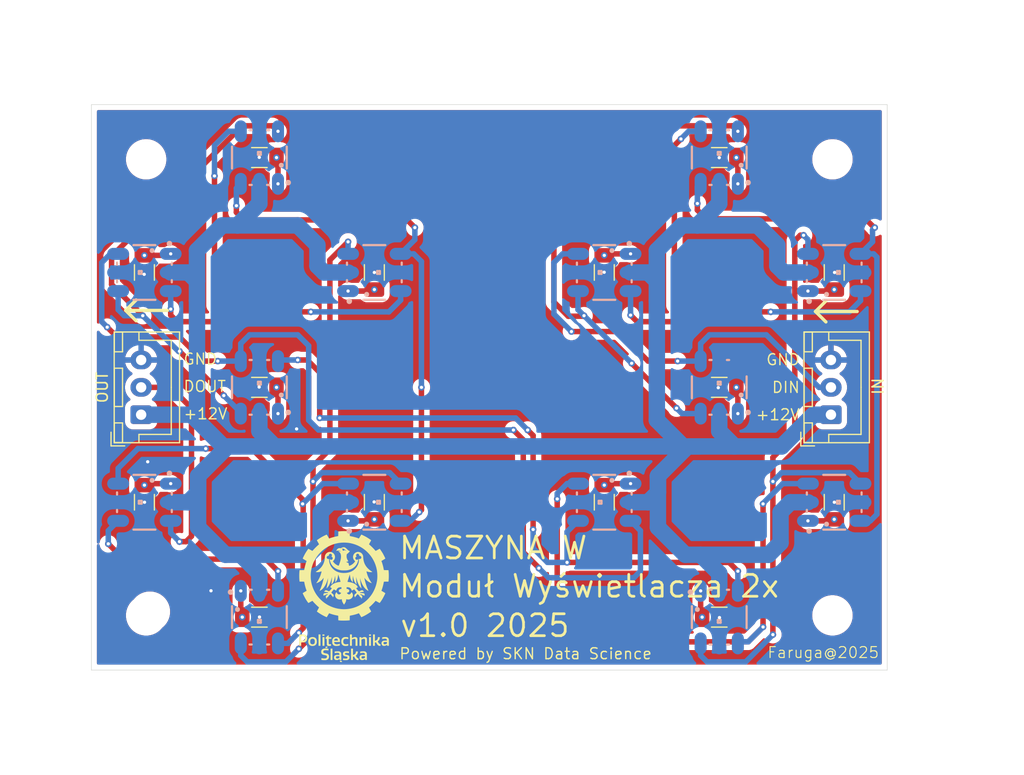
<source format=kicad_pcb>
(kicad_pcb (version 20241229) (generator "pcbnew") (generator_version "9.0")
  (layers (0 "F.Cu" signal) (2 "B.Cu" signal) (13 "F.Paste" user) (15 "B.Paste" user) (5 "F.SilkS" user "F.Silkscreen") (7 "B.SilkS" user "B.Silkscreen") (1 "F.Mask" user) (3 "B.Mask" user) (25 "Edge.Cuts" user))
  (net 0 "")
  (net 1 "Net-(U1-VCC)")
  (net 2 "Net-(U2-VCC)")
  (net 3 "Net-(U3-VCC)")
  (net 4 "Net-(U4-VCC)")
  (net 5 "Net-(U5-VCC)")
  (net 6 "Net-(U6-VCC)")
  (net 7 "Net-(U7-VCC)")
  (net 8 "Net-(U8-VCC)")
  (net 9 "Net-(U9-VCC)")
  (net 10 "Net-(U10-VCC)")
  (net 11 "Net-(U11-VCC)")
  (net 12 "Net-(U12-VCC)")
  (net 13 "Net-(U13-VCC)")
  (net 14 "Net-(U14-VCC)")
  (net 15 "+12V")
  (net 16 "Net-(JST_IN1-Pin_2)")
  (net 17 "GND")
  (net 18 "Net-(JST_OUT1-Pin_2)")
  (net 19 "Net-(U1-DO)")
  (net 20 "Net-(U2-DO)")
  (net 21 "Net-(U3-DO)")
  (net 22 "Net-(U4-DO)")
  (net 23 "Net-(U5-DO)")
  (net 24 "Net-(U6-DO)")
  (net 25 "Net-(U7-DO)")
  (net 26 "Net-(U10-BIN)")
  (net 27 "Net-(U10-DIN)")
  (net 28 "Net-(U10-DO)")
  (net 29 "Net-(U11-DO)")
  (net 30 "Net-(U12-DO)")
  (net 31 "Net-(U13-DO)")
  (footprint "MountingHole:MountingHole_3.2mm_M3" (layer "F.Cu") (at 195.34 121.34)
    (property "Reference" "REF**" (hide yes))
    (property "Value" "MountingHole_3.2mm_M3")
  )
  (footprint "MountingHole:MountingHole_3.2mm_M3" (layer "F.Cu") (at 132.66 121.34)
    (property "Reference" "REF**" (hide yes))
    (property "Value" "MountingHole_3.2mm_M3")
  )
  (footprint "" (layer "F.Cu") (at 133 121)
    (property "Reference" "")
    (property "Value" "")
  )
  (footprint "Capacitor_SMD:C_1206_3216Metric_Pad1.33x1.80mm_HandSolder" (layer "F.Cu") (at 143 100.5 180)
    (property "Reference" "C8" (hide yes))
    (property "Value" "100n" (hide yes))
  )
  (footprint "Capacitor_SMD:C_1206_3216Metric_Pad1.33x1.80mm_HandSolder" (layer "F.Cu") (at 143 121.5)
    (property "Reference" "C13" (hide yes))
    (property "Value" "100n" (hide yes))
  )
  (footprint "Capacitor_SMD:C_1206_3216Metric_Pad1.33x1.80mm_HandSolder" (layer "F.Cu") (at 174.5 90 -90)
    (property "Reference" "C2" (hide yes))
    (property "Value" "100n" (hide yes))
  )
  (footprint "Capacitor_SMD:C_1206_3216Metric_Pad1.33x1.80mm_HandSolder" (layer "F.Cu") (at 153.5 111 90)
    (property "Reference" "C12" (hide yes))
    (property "Value" "100n" (hide yes))
  )
  (footprint "Capacitor_SMD:C_1206_3216Metric_Pad1.33x1.80mm_HandSolder" (layer "F.Cu") (at 153.5 90 90)
    (property "Reference" "C11" (hide yes))
    (property "Value" "100n" (hide yes))
  )
  (footprint "Capacitor_SMD:C_1206_3216Metric_Pad1.33x1.80mm_HandSolder" (layer "F.Cu") (at 185 100.5 180)
    (property "Reference" "C1" (hide yes))
    (property "Value" "100n" (hide yes))
  )
  (footprint "Connector_JST:JST_XH_B3B-XH-A_1x03_P2.50mm_Vertical" (layer "F.Cu") (at 132.2 103 90)
    (property "Reference" "OUT")
    (property "Value" "Conn_01x03_Pin" (hide yes))
  )
  (footprint "Capacitor_SMD:C_1206_3216Metric_Pad1.33x1.80mm_HandSolder" (layer "F.Cu") (at 132.5 111 -90)
    (property "Reference" "C14" (hide yes))
    (property "Value" "100n" (hide yes))
  )
  (footprint "MountingHole:MountingHole_3.2mm_M3" (layer "F.Cu") (at 195.34 79.66)
    (property "Reference" "REF**" (hide yes))
    (property "Value" "MountingHole_3.2mm_M3")
  )
  (footprint "Capacitor_SMD:C_1206_3216Metric_Pad1.33x1.80mm_HandSolder" (layer "F.Cu") (at 132.5 90 -90)
    (property "Reference" "C9" (hide yes))
    (property "Value" "100n" (hide yes))
  )
  (footprint "Capacitor_SMD:C_1206_3216Metric_Pad1.33x1.80mm_HandSolder" (layer "F.Cu") (at 195.5 111 90)
    (property "Reference" "C5" (hide yes))
    (property "Value" "100n" (hide yes))
  )
  (footprint "LOGO" (layer "F.Cu") (at 150.73 119.618923)
    (property "Reference" "G***" (hide yes))
    (property "Value" "LOGO" (hide yes))
  )
  (footprint "MountingHole:MountingHole_3.2mm_M3" (layer "F.Cu") (at 132.66 79.66)
    (property "Reference" "REF**" (hide yes))
    (property "Value" "MountingHole_3.2mm_M3")
  )
  (footprint "Capacitor_SMD:C_1206_3216Metric_Pad1.33x1.80mm_HandSolder" (layer "F.Cu") (at 195.5 90 90)
    (property "Reference" "C4" (hide yes))
    (property "Value" "100n" (hide yes))
  )
  (footprint "Capacitor_SMD:C_1206_3216Metric_Pad1.33x1.80mm_HandSolder" (layer "F.Cu") (at 185 79.5 180)
    (property "Reference" "C3" (hide yes))
    (property "Value" "100n" (hide yes))
  )
  (footprint "Capacitor_SMD:C_1206_3216Metric_Pad1.33x1.80mm_HandSolder" (layer "F.Cu") (at 174.5 111 -90)
    (property "Reference" "C7" (hide yes))
    (property "Value" "100n" (hide yes))
  )
  (footprint "Capacitor_SMD:C_1206_3216Metric_Pad1.33x1.80mm_HandSolder" (layer "F.Cu") (at 185 121.5)
    (property "Reference" "C6" (hide yes))
    (property "Value" "100n" (hide yes))
  )
  (footprint "Connector_JST:JST_XH_B3B-XH-A_1x03_P2.50mm_Vertical" (layer "F.Cu") (at 195.2 103 90)
    (property "Reference" "IN")
    (property "Value" "Conn_01x03_Pin" (hide yes))
  )
  (footprint "Capacitor_SMD:C_1206_3216Metric_Pad1.33x1.80mm_HandSolder" (layer "F.Cu") (at 143 79.5 180)
    (property "Reference" "C10" (hide yes))
    (property "Value" "100n" (hide yes))
  )
  (footprint "LEDS:LED-TRICOLOR-5050" (layer "B.Cu") (at 185 121.5 -90)
    (property "Reference" "U6" (hide yes))
    (property "Value" "WS2815" (hide yes))
  )
  (footprint "LEDS:LED-TRICOLOR-5050" (layer "B.Cu") (at 185 100.5 90)
    (property "Reference" "U1" (hide yes))
    (property "Value" "WS2815" (hide yes))
  )
  (footprint "LEDS:LED-TRICOLOR-5050" (layer "B.Cu") (at 153.5 90)
    (property "Reference" "U11" (hide yes))
    (property "Value" "WS2815" (hide yes))
  )
  (footprint "LEDS:LED-TRICOLOR-5050" (layer "B.Cu") (at 132.5 90 180)
    (property "Reference" "U9" (hide yes))
    (property "Value" "WS2815" (hide yes))
  )
  (footprint "LEDS:LED-TRICOLOR-5050" (layer "B.Cu") (at 174.5 111 180)
    (property "Reference" "U7" (hide yes))
    (property "Value" "WS2815" (hide yes))
  )
  (footprint "LEDS:LED-TRICOLOR-5050" (layer "B.Cu") (at 174.5 90 180)
    (property "Reference" "U2" (hide yes))
    (property "Value" "WS2815" (hide yes))
  )
  (footprint "LEDS:LED-TRICOLOR-5050" (layer "B.Cu") (at 143 79.5 90)
    (property "Reference" "U10" (hide yes))
    (property "Value" "WS2815" (hide yes))
  )
  (footprint "LEDS:LED-TRICOLOR-5050" (layer "B.Cu") (at 153.5 111)
    (property "Reference" "U12" (hide yes))
    (property "Value" "WS2815" (hide yes))
  )
  (footprint "LEDS:LED-TRICOLOR-5050" (layer "B.Cu") (at 132.5 111 180)
    (property "Reference" "U14" (hide yes))
    (property "Value" "WS2815" (hide yes))
  )
  (footprint "LEDS:LED-TRICOLOR-5050" (layer "B.Cu") (at 195.5 90)
    (property "Reference" "U4" (hide yes))
    (property "Value" "WS2815" (hide yes))
  )
  (footprint "LEDS:LED-TRICOLOR-5050" (layer "B.Cu") (at 185 79.5 90)
    (property "Reference" "U3" (hide yes))
    (property "Value" "WS2815" (hide yes))
  )
  (footprint "LEDS:LED-TRICOLOR-5050" (layer "B.Cu") (at 143 121.5 -90)
    (property "Reference" "U13" (hide yes))
    (property "Value" "WS2815" (hide yes))
  )
  (footprint "LEDS:LED-TRICOLOR-5050" (layer "B.Cu") (at 195.5 111)
    (property "Reference" "U5" (hide yes))
    (property "Value" "WS2815" (hide yes))
  )
  (footprint "LEDS:LED-TRICOLOR-5050" (layer "B.Cu") (at 143 100.5 90)
    (property "Reference" "U8" (hide yes))
    (property "Value" "WS2815" (hide yes))
  )
  (gr_line (start 127.66 126.34) (end 200.34 126.34) (stroke (width 0.05)) (layer "Edge.Cuts"))
  (gr_line (start 200.34 74.66) (end 200.34 126.34) (stroke (width 0.05)) (layer "Edge.Cuts"))
  (gr_line (start 127.66 126.34) (end 127.66 74.66) (stroke (width 0.05)) (layer "Edge.Cuts"))
  (gr_line (start 127.66 74.66) (end 200.34 74.66) (stroke (width 0.05)) (layer "Edge.Cuts"))
  (gr_text "MASZYNA W" (at 155.62 116.35 0) (layer "F.SilkS") (effects (font (size 2 2) (thickness 0.25) (bold yes)) (justify left bottom)))
  (gr_text "←" (at 129.4 96 0) (layer "F.SilkS") (effects (font (size 5 5) (thickness 0.3)) (justify left bottom)))
  (gr_text "Faruga@2025" (at 199.66 125.32 0) (layer "F.SilkS") (effects (font (size 1 1) (thickness 0.1)) (justify right bottom)))
  (gr_text "Moduł Wyświetlacza 2x" (at 155.62 119.85 0) (layer "F.SilkS") (effects (font (size 2 2) (thickness 0.25) (bold yes)) (justify left bottom)))
  (gr_text "GND" (at 136 98.5 0) (layer "F.SilkS") (effects (font (size 1 1) (thickness 0.125)) (justify left bottom)))
  (gr_text "GND" (at 192.43 97.97 0) (layer "F.SilkS") (effects (font (size 1 1) (thickness 0.125)) (justify right)))
  (gr_text "DIN" (at 192.43 100.5 0) (layer "F.SilkS") (effects (font (size 1 1) (thickness 0.125)) (justify right)))
  (gr_text "←" (at 192.4 96.1 0) (layer "F.SilkS") (effects (font (size 5 5) (thickness 0.3)) (justify left bottom)))
  (gr_text "+12V" (at 192.43 103 0) (layer "F.SilkS") (effects (font (size 1 1) (thickness 0.125)) (justify right)))
  (gr_text "+12V" (at 136 103.5 0) (layer "F.SilkS") (effects (font (size 1 1) (thickness 0.125)) (justify left bottom)))
  (gr_text "Powered by SKN Data Science" (at 155.71 124.84 0) (layer "F.SilkS") (effects (font (size 1 1) (thickness 0.125)) (justify left)))
  (gr_text "DOUT" (at 136 101 0) (layer "F.SilkS") (effects (font (size 1 1) (thickness 0.125)) (justify left bottom)))
  (gr_text "v1.0 2025 " (at 155.72 123.45 0) (layer "F.SilkS") (effects (font (size 2 2) (thickness 0.25) (bold yes)) (justify left bottom)))
  (segment (start 186.7 102.9) (end 186.7 100.6375) (width 0.5) (layer "F.Cu") (net 1))
  (segment (start 186.7 100.6375) (end 186.5625 100.5) (width 0.5) (layer "F.Cu") (net 1))
  (via (at 186.5625 100.5) (size 0.6) (drill 0.3) (layers "F.Cu" "B.Cu") (net 1))
  (via (at 186.7 102.9) (size 0.6) (drill 0.3) (layers "F.Cu" "B.Cu") (net 1))
  (segment (start 174.6375 88.3) (end 174.5 88.4375) (width 0.5) (layer "F.Cu") (net 2))
  (segment (start 176.9 88.3) (end 174.6375 88.3) (width 0.5) (layer "F.Cu") (net 2))
  (via (at 174.5 88.4375) (size 0.6) (drill 0.3) (layers "F.Cu" "B.Cu") (net 2))
  (via (at 176.9 88.3) (size 0.6) (drill 0.3) (layers "F.Cu" "B.Cu") (net 2))
  (segment (start 186.7 79.6375) (end 186.5625 79.5) (width 0.5) (layer "F.Cu") (net 3))
  (segment (start 186.7 81.9) (end 186.7 79.6375) (width 0.5) (layer "F.Cu") (net 3))
  (via (at 186.7 81.9) (size 0.6) (drill 0.3) (layers "F.Cu" "B.Cu") (net 3))
  (via (at 186.5625 79.5) (size 0.6) (drill 0.3) (layers "F.Cu" "B.Cu") (net 3))
  (segment (start 195.3625 91.7) (end 195.5 91.5625) (width 0.5) (layer "F.Cu") (net 4))
  (segment (start 193.1 91.7) (end 195.3625 91.7) (width 0.5) (layer "F.Cu") (net 4))
  (via (at 195.5 91.5625) (size 0.6) (drill 0.3) (layers "F.Cu" "B.Cu") (net 4))
  (via (at 193.1 91.7) (size 0.6) (drill 0.3) (layers "F.Cu" "B.Cu") (net 4))
  (segment (start 195.3625 112.7) (end 195.5 112.5625) (width 0.5) (layer "F.Cu") (net 5))
  (segment (start 193.1 112.7) (end 195.3625 112.7) (width 0.5) (layer "F.Cu") (net 5))
  (via (at 195.5 112.5625) (size 0.6) (drill 0.3) (layers "F.Cu" "B.Cu") (net 5))
  (via (at 193.1 112.7) (size 0.6) (drill 0.3) (layers "F.Cu" "B.Cu") (net 5))
  (segment (start 183.3 119.1) (end 183.3 121.3625) (width 0.5) (layer "F.Cu") (net 6))
  (segment (start 183.3 121.3625) (end 183.4375 121.5) (width 0.5) (layer "F.Cu") (net 6))
  (via (at 183.4375 121.5) (size 0.6) (drill 0.3) (layers "F.Cu" "B.Cu") (net 6))
  (via (at 183.3 119.1) (size 0.6) (drill 0.3) (layers "F.Cu" "B.Cu") (net 6))
  (segment (start 176.9 109.3) (end 174.6375 109.3) (width 0.5) (layer "F.Cu") (net 7))
  (segment (start 174.6375 109.3) (end 174.5 109.4375) (width 0.5) (layer "F.Cu") (net 7))
  (via (at 174.5 109.4375) (size 0.6) (drill 0.3) (layers "F.Cu" "B.Cu") (net 7))
  (via (at 176.9 109.3) (size 0.6) (drill 0.3) (layers "F.Cu" "B.Cu") (net 7))
  (segment (start 144.7 100.6375) (end 144.5625 100.5) (width 0.5) (layer "F.Cu") (net 8))
  (segment (start 144.7 102.9) (end 144.7 100.6375) (width 0.5) (layer "F.Cu") (net 8))
  (via (at 144.5625 100.5) (size 0.6) (drill 0.3) (layers "F.Cu" "B.Cu") (net 8))
  (via (at 144.7 102.9) (size 0.6) (drill 0.3) (layers "F.Cu" "B.Cu") (net 8))
  (segment (start 134.7625 88.4375) (end 134.9 88.3) (width 0.5) (layer "F.Cu") (net 9))
  (segment (start 132.5 88.4375) (end 134.7625 88.4375) (width 0.5) (layer "F.Cu") (net 9))
  (via (at 134.9 88.3) (size 0.6) (drill 0.3) (layers "F.Cu" "B.Cu") (net 9))
  (via (at 132.5 88.4375) (size 0.6) (drill 0.3) (layers "F.Cu" "B.Cu") (net 9))
  (segment (start 144.7 79.6375) (end 144.5625 79.5) (width 0.5) (layer "F.Cu") (net 10))
  (segment (start 144.7 81.9) (end 144.7 79.6375) (width 0.5) (layer "F.Cu") (net 10))
  (via (at 144.5625 79.5) (size 0.6) (drill 0.3) (layers "F.Cu" "B.Cu") (net 10))
  (via (at 144.7 81.9) (size 0.6) (drill 0.3) (layers "F.Cu" "B.Cu") (net 10))
  (segment (start 153.3625 91.7) (end 153.5 91.5625) (width 0.5) (layer "F.Cu") (net 11))
  (segment (start 151.1 91.7) (end 153.3625 91.7) (width 0.5) (layer "F.Cu") (net 11))
  (via (at 153.5 91.5625) (size 0.6) (drill 0.3) (layers "F.Cu" "B.Cu") (net 11))
  (via (at 151.1 91.7) (size 0.6) (drill 0.3) (layers "F.Cu" "B.Cu") (net 11))
  (segment (start 153.3625 112.7) (end 153.5 112.5625) (width 0.5) (layer "F.Cu") (net 12))
  (segment (start 151.1 112.7) (end 153.3625 112.7) (width 0.5) (layer "F.Cu") (net 12))
  (via (at 153.5 112.5625) (size 0.6) (drill 0.3) (layers "F.Cu" "B.Cu") (net 12))
  (via (at 151.1 112.7) (size 0.6) (drill 0.3) (layers "F.Cu" "B.Cu") (net 12))
  (segment (start 141.3 121.3625) (end 141.4375 121.5) (width 0.2) (layer "F.Cu") (net 13))
  (segment (start 141.3 119.1) (end 141.3 121.3625) (width 0.5) (layer "F.Cu") (net 13))
  (via (at 141.3 119.1) (size 0.6) (drill 0.3) (layers "F.Cu" "B.Cu") (net 13))
  (via (at 141.4375 121.5) (size 0.6) (drill 0.3) (layers "F.Cu" "B.Cu") (net 13))
  (segment (start 132.6375 109.3) (end 132.5 109.4375) (width 0.5) (layer "F.Cu") (net 14))
  (segment (start 134.9 109.3) (end 132.6375 109.3) (width 0.5) (layer "F.Cu") (net 14))
  (via (at 132.5 109.4375) (size 0.6) (drill 0.3) (layers "F.Cu" "B.Cu") (net 14))
  (via (at 134.9 109.3) (size 0.6) (drill 0.3) (layers "F.Cu" "B.Cu") (net 14))
  (segment (start 179.4 110.1) (end 179.4 108.6) (width 1.5) (layer "B.Cu") (net 15))
  (segment (start 137.3 90.8) (end 137.3 92.6) (width 1.5) (layer "B.Cu") (net 15))
  (segment (start 139.6 85.7) (end 141 85.7) (width 1.5) (layer "B.Cu") (net 15))
  (segment (start 195.2 103) (end 193.6 103) (width 1.5) (layer "B.Cu") (net 15))
  (segment (start 137.3 100.8) (end 137.3 103.5) (width 1.5) (layer "B.Cu") (net 15))
  (segment (start 146.5 85.7) (end 148.3 87.5) (width 1.5) (layer "B.Cu") (net 15))
  (segment (start 137.3 90.8) (end 137.3 88) (width 1.5) (layer "B.Cu") (net 15))
  (segment (start 179.3 90.8) (end 179.3 88) (width 1.5) (layer "B.Cu") (net 15))
  (segment (start 136.8 103) (end 132.2 103) (width 1.5) (layer "B.Cu") (net 15))
  (segment (start 134.9 111) (end 136.5 111) (width 1.5) (layer "B.Cu") (net 15))
  (segment (start 182.1 105.9) (end 179.4 108.6) (width 1.5) (layer "B.Cu") (net 15))
  (segment (start 141.1 105.9) (end 140.1 105.9) (width 1.5) (layer "B.Cu") (net 15))
  (segment (start 137.3 88) (end 139.6 85.7) (width 1.5) (layer "B.Cu") (net 15))
  (segment (start 137.4 110.1) (end 137.4 108.6) (width 1.5) (layer "B.Cu") (net 15))
  (segment (start 148.6 114.7) (end 148.6 111.9) (width 1.5) (layer "B.Cu") (net 15))
  (segment (start 137.4 113.3) (end 139.9 115.8) (width 1.5) (layer "B.Cu") (net 15))
  (segment (start 143 104.5) (end 143 102.9) (width 1.5) (layer "B.Cu") (net 15))
  (segment (start 179.4 113.3) (end 181.9 115.8) (width 1.5) (layer "B.Cu") (net 15))
  (segment (start 178.5 111) (end 179.4 110.1) (width 1.5) (layer "B.Cu") (net 15))
  (segment (start 137.3 103.5) (end 139.7 105.9) (width 1.5) (layer "B.Cu") (net 15))
  (segment (start 136.5 90) (end 137.3 90.8) (width 1.5) (layer "B.Cu") (net 15))
  (segment (start 139.9 115.8) (end 141.3 115.8) (width 1.5) (layer "B.Cu") (net 15))
  (segment (start 178.5 90) (end 179.3 90.8) (width 1.5) (layer "B.Cu") (net 15))
  (segment (start 181.7 105.9) (end 183.1 105.9) (width 1.5) (layer "B.Cu") (net 15))
  (segment (start 148.9 90) (end 151.1 90) (width 1.5) (layer "B.Cu") (net 15))
  (segment (start 179.3 88) (end 181.6 85.7) (width 1.5) (layer "B.Cu") (net 15))
  (segment (start 179.4 108.6) (end 179.4 113.3) (width 1.5) (layer "B.Cu") (net 15))
  (segment (start 141.3 115.8) (end 147.5 115.8) (width 1.5) (layer "B.Cu") (net 15))
  (segment (start 185 83.7) (end 185 81.9) (width 1.5) (layer "B.Cu") (net 15))
  (segment (start 176.9 111) (end 178.5 111) (width 1.5) (layer "B.Cu") (net 15))
  (segment (start 193.6 103) (end 190.7 105.9) (width 1.5) (layer "B.Cu") (net 15))
  (segment (start 190.6 114.7) (end 190.6 111.9) (width 1.5) (layer "B.Cu") (net 15))
  (segment (start 183.3 115.8) (end 189.5 115.8) (width 1.5) (layer "B.Cu") (net 15))
  (segment (start 134.9 90) (end 136.5 90) (width 1.5) (layer "B.Cu") (net 15))
  (segment (start 144.4 105.9) (end 181.7 105.9) (width 1.5) (layer "B.Cu") (net 15))
  (segment (start 186.4 105.9) (end 183.1 105.9) (width 1.5) (layer "B.Cu") (net 15))
  (segment (start 185 104.5) (end 185 102.9) (width 1.5) (layer "B.Cu") (net 15))
  (segment (start 147.5 115.8) (end 148.6 114.7) (width 1.5) (layer "B.Cu") (net 15))
  (segment (start 190.9 90) (end 193.1 90) (width 1.5) (layer "B.Cu") (net 15))
  (segment (start 176.9 90) (end 178.5 90) (width 1.5) (layer "B.Cu") (net 15))
  (segment (start 148.3 89.4) (end 148.9 90) (width 1.5) (layer "B.Cu") (net 15))
  (segment (start 179.3 103.5) (end 181.7 105.9) (width 1.5) (layer "B.Cu") (net 15))
  (segment (start 137.3 92.6) (end 137.3 100.8) (width 1.5) (layer "B.Cu") (net 15))
  (segment (start 143 83.7) (end 143 81.9) (width 1.5) (layer "B.Cu") (net 15))
  (segment (start 186.4 105.9) (end 185 104.5) (width 1.5) (layer "B.Cu") (net 15))
  (segment (start 140.1 105.9) (end 137.4 108.6) (width 1.5) (layer "B.Cu") (net 15))
  (segment (start 141.3 115.8) (end 143 117.5) (width 1.5) (layer "B.Cu") (net 15))
  (segment (start 144.4 105.9) (end 143 104.5) (width 1.5) (layer "B.Cu") (net 15))
  (segment (start 181.6 85.7) (end 183 85.7) (width 1.5) (layer "B.Cu") (net 15))
  (segment (start 190.7 105.9) (end 186.4 105.9) (width 1.5) (layer "B.Cu") (net 15))
  (segment (start 143 117.5) (end 143 119.1) (width 1.5) (layer "B.Cu") (net 15))
  (segment (start 137.4 108.6) (end 137.4 113.3) (width 1.5) (layer "B.Cu") (net 15))
  (segment (start 179.3 90.8) (end 179.3 92.6) (width 1.5) (layer "B.Cu") (net 15))
  (segment (start 188.5 85.7) (end 190.3 87.5) (width 1.5) (layer "B.Cu") (net 15))
  (segment (start 181.9 115.8) (end 183.3 115.8) (width 1.5) (layer "B.Cu") (net 15))
  (segment (start 191.5 111) (end 193.1 111) (width 1.5) (layer "B.Cu") (net 15))
  (segment (start 179.3 92.6) (end 179.3 103.5) (width 1.5) (layer "B.Cu") (net 15))
  (segment (start 141 85.7) (end 143 83.7) (width 1.5) (layer "B.Cu") (net 15))
  (segment (start 139.7 105.9) (end 141.1 105.9) (width 1.5) (layer "B.Cu") (net 15))
  (segment (start 183.1 105.9) (end 182.1 105.9) (width 1.5) (layer "B.Cu") (net 15))
  (segment (start 189.5 115.8) (end 190.6 114.7) (width 1.5) (layer "B.Cu") (net 15))
  (segment (start 183 85.7) (end 185 83.7) (width 1.5) (layer "B.Cu") (net 15))
  (segment (start 136.5 111) (end 137.4 110.1) (width 1.5) (layer "B.Cu") (net 15))
  (segment (start 149.5 111) (end 151.1 111) (width 1.5) (layer "B.Cu") (net 15))
  (segment (start 144.4 105.9) (end 141.1 105.9) (width 1.5) (layer "B.Cu") (net 15))
  (segment (start 190.6 111.9) (end 191.5 111) (width 1.5) (layer "B.Cu") (net 15))
  (segment (start 141 85.7) (end 146.5 85.7) (width 1.5) (layer "B.Cu") (net 15))
  (segment (start 190.3 89.4) (end 190.9 90) (width 1.5) (layer "B.Cu") (net 15))
  (segment (start 148.3 87.5) (end 148.3 89.4) (width 1.5) (layer "B.Cu") (net 15))
  (segment (start 190.3 87.5) (end 190.3 89.4) (width 1.5) (layer "B.Cu") (net 15))
  (segment (start 185 117.5) (end 185 119.1) (width 1.5) (layer "B.Cu") (net 15))
  (segment (start 148.6 111.9) (end 149.5 111) (width 1.5) (layer "B.Cu") (net 15))
  (segment (start 183 85.7) (end 188.5 85.7) (width 1.5) (layer "B.Cu") (net 15))
  (segment (start 183.3 115.8) (end 185 117.5) (width 1.5) (layer "B.Cu") (net 15))
  (segment (start 137.3 103.5) (end 136.8 103) (width 1.5) (layer "B.Cu") (net 15))
  (segment (start 171.5 95.4) (end 175.8 95.4) (width 0.5) (layer "F.Cu") (net 16))
  (segment (start 178.5 98.1) (end 181.2 98.1) (width 0.5) (layer "F.Cu") (net 16))
  (segment (start 175.8 95.4) (end 178.5 98.1) (width 0.5) (layer "F.Cu") (net 16))
  (via (at 171.5 95.4) (size 0.6) (drill 0.3) (layers "F.Cu" "B.Cu") (net 16))
  (via (at 181.2 98.1) (size 0.6) (drill 0.3) (layers "F.Cu" "B.Cu") (net 16))
  (segment (start 183.3 98.1) (end 183.3 96.5) (width 0.5) (layer "B.Cu") (net 16))
  (segment (start 169.9 93.8) (end 169.9 89.1) (width 0.5) (layer "B.Cu") (net 16))
  (segment (start 170.7 88.3) (end 172.1 88.3) (width 0.5) (layer "B.Cu") (net 16))
  (segment (start 184.1 95.7) (end 189.3 95.7) (width 0.5) (layer "B.Cu") (net 16))
  (segment (start 169.9 89.1) (end 170.7 88.3) (width 0.5) (layer "B.Cu") (net 16))
  (segment (start 189.3 95.7) (end 194.1 100.5) (width 0.5) (layer "B.Cu") (net 16))
  (segment (start 183.3 96.5) (end 184.1 95.7) (width 0.5) (layer "B.Cu") (net 16))
  (segment (start 171.5 95.4) (end 169.9 93.8) (width 0.5) (layer "B.Cu") (net 16))
  (segment (start 183.3 98.1) (end 181.2 98.1) (width 0.5) (layer "B.Cu") (net 16))
  (segment (start 194.1 100.5) (end 195.2 100.5) (width 0.5) (layer "B.Cu") (net 16))
  (via (at 184.91 100.53) (size 0.6) (drill 0.3) (layers "F.Cu" "B.Cu") (net 17))
  (via (at 174.49 89.98) (size 0.6) (drill 0.3) (layers "F.Cu" "B.Cu") (net 17))
  (via (at 153.5 90) (size 0.6) (drill 0.3) (layers "F.Cu" "B.Cu") (net 17))
  (via (at 138.58 119.09) (size 0.6) (drill 0.3) (layers "F.Cu" "B.Cu") (net 17))
  (via (at 185.02 121.54) (size 0.6) (drill 0.3) (layers "F.Cu" "B.Cu") (net 17))
  (via (at 142.98 100.47) (size 0.6) (drill 0.3) (layers "F.Cu" "B.Cu") (net 17))
  (via (at 195.51 111) (size 0.6) (drill 0.3) (layers "F.Cu" "B.Cu") (net 17))
  (via (at 132.8 107.3) (size 0.6) (drill 0.3) (layers "F.Cu" "B.Cu") (net 17))
  (via (at 146.4 104.3) (size 0.6) (drill 0.3) (layers "F.Cu" "B.Cu") (net 17))
  (via (at 195.53 90) (size 0.6) (drill 0.3) (layers "F.Cu" "B.Cu") (net 17))
  (via (at 132.51 111) (size 0.6) (drill 0.3) (layers "F.Cu" "B.Cu") (net 17))
  (via (at 153.48 110.97) (size 0.6) (drill 0.3) (layers "F.Cu" "B.Cu") (net 17))
  (via (at 185 79.51) (size 0.6) (drill 0.3) (layers "F.Cu" "B.Cu") (net 17))
  (via (at 132.48 90.17) (size 0.6) (drill 0.3) (layers "F.Cu" "B.Cu") (net 17))
  (via (at 142.99 79.48) (size 0.6) (drill 0.3) (layers "F.Cu" "B.Cu") (net 17))
  (via (at 143.01 121.49) (size 0.6) (drill 0.3) (layers "F.Cu" "B.Cu") (net 17))
  (segment (start 136.8 102.4) (end 134.9 100.5) (width 0.5) (layer "F.Cu") (net 18))
  (segment (start 136.3 114.6) (end 136.8 114.1) (width 0.5) (layer "F.Cu") (net 18))
  (segment (start 135.7 114.6) (end 136.3 114.6) (width 0.5) (layer "F.Cu") (net 18))
  (segment (start 136.8 114.1) (end 136.8 102.4) (width 0.5) (layer "F.Cu") (net 18))
  (segment (start 134.9 100.5) (end 132.2 100.5) (width 0.5) (layer "F.Cu") (net 18))
  (via (at 135.7 114.6) (size 0.6) (drill 0.3) (layers "F.Cu" "B.Cu") (net 18))
  (segment (start 134.9 113.8) (end 135.7 114.6) (width 0.5) (layer "B.Cu") (net 18))
  (segment (start 134.9 112.7) (end 134.9 113.8) (width 0.5) (layer "B.Cu") (net 18))
  (segment (start 172.6 94) (end 172.65 93.95) (width 0.5) (layer "F.Cu") (net 19))
  (segment (start 169.9 77.9) (end 169.9 92.7) (width 0.5) (layer "F.Cu") (net 19))
  (segment (start 181.1 102.4) (end 177 98.3) (width 0.5) (layer "F.Cu") (net 19))
  (segment (start 171.2 94) (end 172.6 94) (width 0.5) (layer "F.Cu") (net 19))
  (segment (start 171.2 76.6) (end 169.9 77.9) (width 0.5) (layer "F.Cu") (net 19))
  (segment (start 169.9 92.7) (end 171.2 94) (width 0.5) (layer "F.Cu") (net 19))
  (segment (start 186.7 77.1) (end 186.2 76.6) (width 0.5) (layer "F.Cu") (net 19))
  (segment (start 186.2 76.6) (end 171.2 76.6) (width 0.5) (layer "F.Cu") (net 19))
  (via (at 181.1 102.4) (size 0.6) (drill 0.3) (layers "F.Cu" "B.Cu") (net 19))
  (via (at 172.65 93.95) (size 0.6) (drill 0.3) (layers "F.Cu" "B.Cu") (net 19))
  (via (at 177 98.3) (size 0.6) (drill 0.3) (layers "F.Cu" "B.Cu") (net 19))
  (via (at 186.7 77.1) (size 0.6) (drill 0.3) (layers "F.Cu" "B.Cu") (net 19))
  (segment (start 172.1 93.4) (end 172.1 91.7) (width 0.5) (layer "B.Cu") (net 19))
  (segment (start 172.65 93.95) (end 172.1 93.4) (width 0.5) (layer "B.Cu") (net 19))
  (segment (start 177 98.3) (end 172.65 93.95) (width 0.5) (layer "B.Cu") (net 19))
  (segment (start 181.6 102.9) (end 181.1 102.4) (width 0.5) (layer "B.Cu") (net 19))
  (segment (start 183.3 102.9) (end 182.1 102.9) (width 0.5) (layer "B.Cu") (net 19))
  (segment (start 182.1 102.9) (end 182 102.9) (width 0.5) (layer "B.Cu") (net 19))
  (segment (start 182.1 102.9) (end 181.6 102.9) (width 0.5) (layer "B.Cu") (net 19))
  (segment (start 180.9 78.4) (end 180.9 93) (width 0.5) (layer "F.Cu") (net 20))
  (segment (start 177.5 94.5) (end 180.7 94.5) (width 0.5) (layer "F.Cu") (net 20))
  (segment (start 181.6 93.6) (end 189.7 93.6) (width 0.5) (layer "F.Cu") (net 20))
  (segment (start 181.55 93.65) (end 181.6 93.6) (width 0.5) (layer "F.Cu") (net 20))
  (segment (start 180.9 78.4) (end 181.5 77.8) (width 0.5) (layer "F.Cu") (net 20))
  (segment (start 176.9 93.9) (end 177.5 94.5) (width 0.5) (layer "F.Cu") (net 20))
  (segment (start 180.9 93) (end 181.55 93.65) (width 0.5) (layer "F.Cu") (net 20))
  (segment (start 180.7 94.5) (end 181.55 93.65) (width 0.5) (layer "F.Cu") (net 20))
  (via (at 189.7 93.6) (size 0.6) (drill 0.3) (layers "F.Cu" "B.Cu") (net 20))
  (via (at 176.9 93.9) (size 0.6) (drill 0.3) (layers "F.Cu" "B.Cu") (net 20))
  (via (at 181.5 77.8) (size 0.6) (drill 0.3) (layers "F.Cu" "B.Cu") (net 20))
  (segment (start 197.9 92.58) (end 197.9 91.7) (width 0.5) (layer "B.Cu") (net 20))
  (segment (start 189.7 93.6) (end 196.88 93.6) (width 0.5) (layer "B.Cu") (net 20))
  (segment (start 196.88 93.6) (end 197.9 92.58) (width 0.5) (layer "B.Cu") (net 20))
  (segment (start 181.5 77.8) (end 182.2 77.1) (width 0.5) (layer "B.Cu") (net 20))
  (segment (start 176.9 93.9) (end 176.9 91.7) (width 0.5) (layer "B.Cu") (net 20))
  (segment (start 182.2 77.1) (end 183.3 77.1) (width 0.5) (layer "B.Cu") (net 20))
  (segment (start 183 84.3) (end 183 83.7) (width 0.5) (layer "F.Cu") (net 21))
  (segment (start 199.2 85.9) (end 199.15 85.9) (width 0.5) (layer "F.Cu") (net 21))
  (segment (start 183.8 85.1) (end 183 84.3) (width 0.5) (layer "F.Cu") (net 21))
  (segment (start 199.15 85.9) (end 198.35 85.1) (width 0.5) (layer "F.Cu") (net 21))
  (segment (start 198.35 85.1) (end 183.8 85.1) (width 0.5) (layer "F.Cu") (net 21))
  (via (at 199.2 85.9) (size 0.6) (drill 0.3) (layers "F.Cu" "B.Cu") (net 21))
  (via (at 183 83.7) (size 0.6) (drill 0.3) (layers "F.Cu" "B.Cu") (net 21))
  (segment (start 199.1 88.3) (end 199.399 88.599) (width 0.5) (layer "B.Cu") (net 21))
  (segment (start 199.399 88.599) (end 199.399 112.101) (width 0.5) (layer "B.Cu") (net 21))
  (segment (start 199.2 85.9) (end 199 86.1) (width 0.5) (layer "B.Cu") (net 21))
  (segment (start 197.9 88.3) (end 199.1 88.3) (width 0.5) (layer "B.Cu") (net 21))
  (segment (start 183.3 81.9) (end 183.3 82.8) (width 0.5) (layer "B.Cu") (net 21))
  (segment (start 199 86.1) (end 199 87.2) (width 0.5) (layer "B.Cu") (net 21))
  (segment (start 198.8 112.7) (end 197.9 112.7) (width 0.5) (layer "B.Cu") (net 21))
  (segment (start 199 87.2) (end 197.9 88.3) (width 0.5) (layer "B.Cu") (net 21))
  (segment (start 199.399 112.101) (end 198.8 112.7) (width 0.5) (layer "B.Cu") (net 21))
  (segment (start 183 82.2) (end 183 83.7) (width 0.5) (layer "B.Cu") (net 21))
  (segment (start 183.3 81.9) (end 183 82.2) (width 0.5) (layer "B.Cu") (net 21))
  (segment (start 189.9 123.1) (end 189.9 109.1) (width 0.5) (layer "F.Cu") (net 22))
  (segment (start 192.7 86.6) (end 192.4 86.6) (width 0.5) (layer "F.Cu") (net 22))
  (segment (start 192.4 86.6) (end 191.9 87.1) (width 0.5) (layer "F.Cu") (net 22))
  (segment (start 189.9 106.9) (end 189.9 109.1) (width 0.5) (layer "F.Cu") (net 22))
  (segment (start 191.9 104.9) (end 189.9 106.9) (width 0.5) (layer "F.Cu") (net 22))
  (segment (start 191.9 87.1) (end 191.9 104.9) (width 0.5) (layer "F.Cu") (net 22))
  (via (at 189.9 123.1) (size 0.6) (drill 0.3) (layers "F.Cu" "B.Cu") (net 22))
  (via (at 192.7 86.6) (size 0.6) (drill 0.3) (layers "F.Cu" "B.Cu") (net 22))
  (via (at 189.9 109.1) (size 0.6) (drill 0.3) (layers "F.Cu" "B.Cu") (net 22))
  (segment (start 183.3 125) (end 183.3 123.9) (width 0.5) (layer "B.Cu") (net 22))
  (segment (start 193.1 87) (end 193.1 88.3) (width 0.5) (layer "B.Cu") (net 22))
  (segment (start 187.411 125.589) (end 183.889 125.589) (width 0.5) (layer "B.Cu") (net 22))
  (segment (start 183.889 125.589) (end 183.3 125) (width 0.5) (layer "B.Cu") (net 22))
  (segment (start 189.9 109.1) (end 190.7 108.3) (width 0.5) (layer "B.Cu") (net 22))
  (segment (start 189.9 123.1) (end 187.411 125.589) (width 0.5) (layer "B.Cu") (net 22))
  (segment (start 196.9 108.3) (end 197.9 109.3) (width 0.5) (layer "B.Cu") (net 22))
  (segment (start 190.7 108.3) (end 196.9 108.3) (width 0.5) (layer "B.Cu") (net 22))
  (segment (start 192.7 86.6) (end 193.1 87) (width 0.5) (layer "B.Cu") (net 22))
  (segment (start 172.96 123.76) (end 187.64 123.76) (width 0.5) (layer "F.Cu") (net 23))
  (segment (start 170.2 121) (end 172.96 123.76) (width 0.5) (layer "F.Cu") (net 23))
  (segment (start 187.64 123.76) (end 189 122.4) (width 0.5) (layer "F.Cu") (net 23))
  (segment (start 189 122.4) (end 189 111.15) (width 0.5) (layer "F.Cu") (net 23))
  (segment (start 170.2 110.7) (end 170.2 121) (width 0.5) (layer "F.Cu") (net 23))
  (via (at 189 122.4) (size 0.6) (drill 0.3) (layers "F.Cu" "B.Cu") (net 23))
  (via (at 170.2 110.7) (size 0.6) (drill 0.3) (layers "F.Cu" "B.Cu") (net 23))
  (via (at 189 111.15) (size 0.6) (drill 0.3) (layers "F.Cu" "B.Cu") (net 23))
  (segment (start 187.65 123.75) (end 186.85 123.75) (width 0.5) (layer "B.Cu") (net 23))
  (segment (start 188.95 111.15) (end 190.8 109.3) (width 0.5) (layer "B.Cu") (net 23))
  (segment (start 170.2 110.2) (end 171.1 109.3) (width 0.5) (layer "B.Cu") (net 23))
  (segment (start 190.8 109.3) (end 193.1 109.3) (width 0.5) (layer "B.Cu") (net 23))
  (segment (start 187.65 123.75) (end 189 122.4) (width 0.5) (layer "B.Cu") (net 23))
  (segment (start 171.1 109.3) (end 172.1 109.3) (width 0.5) (layer "B.Cu") (net 23))
  (segment (start 170.2 110.7) (end 170.2 110.2) (width 0.5) (layer "B.Cu") (net 23))
  (segment (start 186.85 123.75) (end 186.7 123.9) (width 0.5) (layer "B.Cu") (net 23))
  (segment (start 168 113.49) (end 168 104.9) (width 0.5) (layer "F.Cu") (net 24))
  (segment (start 185.9 116.5) (end 186.7 117.3) (width 0.5) (layer "F.Cu") (net 24))
  (segment (start 168 104.9) (end 167.5 104.4) (width 0.5) (layer "F.Cu") (net 24))
  (segment (start 148.51 103.3) (end 148.51 99.14) (width 0.5) (layer "F.Cu") (net 24))
  (segment (start 171.1 116.5) (end 185.9 116.5) (width 0.5) (layer "F.Cu") (net 24))
  (segment (start 147.37 98) (end 146.5 98) (width 0.5) (layer "F.Cu") (net 24))
  (segment (start 148.51 99.14) (end 147.37 98) (width 0.5) (layer "F.Cu") (net 24))
  (via (at 171.1 116.5) (size 0.6) (drill 0.3) (layers "F.Cu" "B.Cu") (net 24))
  (via (at 186.7 117.3) (size 0.6) (drill 0.3) (layers "F.Cu" "B.Cu") (net 24))
  (via (at 167.5 104.4) (size 0.6) (drill 0.3) (layers "F.Cu" "B.Cu") (net 24))
  (via (at 146.5 98) (size 0.6) (drill 0.3) (layers "F.Cu" "B.Cu") (net 24))
  (via (at 168 113.49) (size 0.6) (drill 0.3) (layers "F.Cu" "B.Cu") (net 24))
  (via (at 148.51 103.3) (size 0.6) (drill 0.3) (layers "F.Cu" "B.Cu") (net 24))
  (segment (start 171.1 113.7) (end 172.1 112.7) (width 0.5) (layer "B.Cu") (net 24))
  (segment (start 144.8 98) (end 144.7 98.1) (width 0.5) (layer "B.Cu") (net 24))
  (segment (start 186.7 119.1) (end 186.7 117.3) (width 0.5) (layer "B.Cu") (net 24))
  (segment (start 146.5 98) (end 144.8 98) (width 0.5) (layer "B.Cu") (net 24))
  (segment (start 171.1 116.5) (end 171.1 113.7) (width 0.5) (layer "B.Cu") (net 24))
  (segment (start 148.51 103.3) (end 166.4 103.3) (width 0.5) (layer "B.Cu") (net 24))
  (segment (start 168 113.49) (end 168 115.18814) (width 0.5) (layer "B.Cu") (net 24))
  (segment (start 169.31186 116.5) (end 171.1 116.5) (width 0.5) (layer "B.Cu") (net 24))
  (segment (start 168 115.18814) (end 169.31186 116.5) (width 0.5) (layer "B.Cu") (net 24))
  (segment (start 166.4 103.3) (end 167.5 104.4) (width 0.5) (layer "B.Cu") (net 24))
  (segment (start 167.1 115.567826) (end 167.1 105.3) (width 0.5) (layer "F.Cu") (net 25))
  (segment (start 129.1 95) (end 130 95.9) (width 0.5) (layer "F.Cu") (net 25))
  (segment (start 168.525 116.992826) (end 167.1 115.567826) (width 0.5) (layer "F.Cu") (net 25))
  (segment (start 167.1 105.3) (end 166.2 104.4) (width 0.5) (layer "F.Cu") (net 25))
  (segment (start 135.7 95.9) (end 137.9 98.1) (width 0.5) (layer "F.Cu") (net 25))
  (segment (start 137.9 98.1) (end 139.2 98.1) (width 0.5) (layer "F.Cu") (net 25))
  (segment (start 130 95.9) (end 135.7 95.9) (width 0.5) (layer "F.Cu") (net 25))
  (segment (start 168.525 117.025) (end 168.525 116.992826) (width 0.5) (layer "F.Cu") (net 25))
  (via (at 166.2 104.4) (size 0.6) (drill 0.3) (layers "F.Cu" "B.Cu") (net 25))
  (via (at 168.525 117.025) (size 0.6) (drill 0.3) (layers "F.Cu" "B.Cu") (net 25))
  (via (at 129.1 95) (size 0.6) (drill 0.3) (layers "F.Cu" "B.Cu") (net 25))
  (via (at 139.2 98.1) (size 0.6) (drill 0.3) (layers "F.Cu" "B.Cu") (net 25))
  (segment (start 148.4 104.4) (end 166.2 104.4) (width 0.5) (layer "B.Cu") (net 25))
  (segment (start 129.4 88.3) (end 130.1 88.3) (width 0.5) (layer "B.Cu") (net 25))
  (segment (start 169.4 117.9) (end 177.2 117.9) (width 0.5) (layer "B.Cu") (net 25))
  (segment (start 142.1 95.7) (end 146.5 95.7) (width 0.5) (layer "B.Cu") (net 25))
  (segment (start 168.525 117.025) (end 169.4 117.9) (width 0.5) (layer "B.Cu") (net 25))
  (segment (start 128.6 89.1) (end 129.4 88.3) (width 0.5) (layer "B.Cu") (net 25))
  (segment (start 177.8 113.6) (end 176.9 112.7) (width 0.5) (layer "B.Cu") (net 25))
  (segment (start 141.3 98.1) (end 139.2 98.1) (width 0.5) (layer "B.Cu") (net 25))
  (segment (start 128.6 94.5) (end 128.6 89.1) (width 0.5) (layer "B.Cu") (net 25))
  (segment (start 129.1 95) (end 128.6 94.5) (width 0.5) (layer "B.Cu") (net 25))
  (segment (start 141.3 98.1) (end 141.3 96.5) (width 0.5) (layer "B.Cu") (net 25))
  (segment (start 147.5 103.5) (end 148.4 104.4) (width 0.5) (layer "B.Cu") (net 25))
  (segment (start 147.5 96.7) (end 147.5 103.5) (width 0.5) (layer "B.Cu") (net 25))
  (segment (start 141.3 96.5) (end 142.1 95.7) (width 0.5) (layer "B.Cu") (net 25))
  (segment (start 177.2 117.9) (end 177.8 117.3) (width 0.5) (layer "B.Cu") (net 25))
  (segment (start 146.5 95.7) (end 147.5 96.7) (width 0.5) (layer "B.Cu") (net 25))
  (segment (start 177.8 117.3) (end 177.8 113.6) (width 0.5) (layer "B.Cu") (net 25))
  (segment (start 132.35 93.95) (end 129.5 91.1) (width 0.5) (layer "F.Cu") (net 26))
  (segment (start 144.2 76.6) (end 144.7 77.1) (width 0.5) (layer "F.Cu") (net 26))
  (segment (start 141.43 76.6) (end 144.2 76.6) (width 0.5) (layer "F.Cu") (net 26))
  (segment (start 139.75 101.25) (end 135.7 97.2) (width 0.5) (layer "F.Cu") (net 26))
  (segment (start 129.5 88.53) (end 141.43 76.6) (width 0.5) (layer "F.Cu") (net 26))
  (segment (start 129.5 91.1) (end 129.5 88.53) (width 0.5) (layer "F.Cu") (net 26))
  (via (at 132.35 93.95) (size 0.6) (drill 0.3) (layers "F.Cu" "B.Cu") (net 26))
  (via (at 135.7 97.2) (size 0.6) (drill 0.3) (layers "F.Cu" "B.Cu") (net 26))
  (via (at 144.7 77.1) (size 0.6) (drill 0.3) (layers "F.Cu" "B.Cu") (net 26))
  (via (at 139.75 101.25) (size 0.6) (drill 0.3) (layers "F.Cu" "B.Cu") (net 26))
  (segment (start 141.3 102.8) (end 141.3 102.9) (width 0.5) (layer "B.Cu") (net 26))
  (segment (start 135.6 97.2) (end 135.7 97.2) (width 0.5) (layer "B.Cu") (net 26))
  (segment (start 130.1 93.4) (end 130.1 91.7) (width 0.5) (layer "B.Cu") (net 26))
  (segment (start 132.35 93.95) (end 135.6 97.2) (width 0.5) (layer "B.Cu") (net 26))
  (segment (start 132.35 93.95) (end 130.65 93.95) (width 0.5) (layer "B.Cu") (net 26))
  (segment (start 139.75 101.25) (end 141.3 102.8) (width 0.5) (layer "B.Cu") (net 26))
  (segment (start 130.65 93.95) (end 130.1 93.4) (width 0.5) (layer "B.Cu") (net 26))
  (segment (start 135.5 94.5) (end 138.7 94.5) (width 0.5) (layer "F.Cu") (net 27))
  (segment (start 138.9 81.18) (end 138.9 93) (width 0.5) (layer "F.Cu") (net 27))
  (segment (start 139.55 93.65) (end 139.6 93.6) (width 0.5) (layer "F.Cu") (net 27))
  (segment (start 138.7 94.5) (end 139.55 93.65) (width 0.5) (layer "F.Cu") (net 27))
  (segment (start 134.9 93.9) (end 135.5 94.5) (width 0.5) (layer "F.Cu") (net 27))
  (segment (start 138.9 93) (end 139.55 93.65) (width 0.5) (layer "F.Cu") (net 27))
  (segment (start 134.9 93.35) (end 134.9 93.9) (width 0.5) (layer "F.Cu") (net 27))
  (segment (start 139.6 93.6) (end 147.7 93.6) (width 0.5) (layer "F.Cu") (net 27))
  (via (at 134.9 93.35) (size 0.6) (drill 0.3) (layers "F.Cu" "B.Cu") (net 27))
  (via (at 138.9 81.18) (size 0.6) (drill 0.3) (layers "F.Cu" "B.Cu") (net 27))
  (via (at 147.7 93.6) (size 0.6) (drill 0.3) (layers "F.Cu" "B.Cu") (net 27))
  (segment (start 140.2 77.1) (end 141.3 77.1) (width 0.5) (layer "B.Cu") (net 27))
  (segment (start 154.83 93.6) (end 155.9 92.53) (width 0.5) (layer "B.Cu") (net 27))
  (segment (start 155.9 92.53) (end 155.9 91.7) (width 0.5) (layer "B.Cu") (net 27))
  (segment (start 138.9 78.4) (end 140.2 77.1) (width 0.5) (layer "B.Cu") (net 27))
  (segment (start 147.7 93.6) (end 154.83 93.6) (width 0.5) (layer "B.Cu") (net 27))
  (segment (start 134.9 93.35) (end 134.9 91.7) (width 0.5) (layer "B.Cu") (net 27))
  (segment (start 138.9 81.18) (end 138.9 78.4) (width 0.5) (layer "B.Cu") (net 27))
  (segment (start 141.6 85.2) (end 156.5 85.2) (width 0.5) (layer "F.Cu") (net 28))
  (segment (start 140.9 84.5) (end 141.3 84.9) (width 0.5) (layer "F.Cu") (net 28))
  (segment (start 156.5 85.2) (end 157.2 85.9) (width 0.5) (layer "F.Cu") (net 28))
  (segment (start 140.9 83.9) (end 140.9 84.5) (width 0.5) (layer "F.Cu") (net 28))
  (segment (start 157.8 111.7) (end 157.6 111.9) (width 0.5) (layer "F.Cu") (net 28))
  (segment (start 157.8 100.5) (end 157.8 111.7) (width 0.5) (layer "F.Cu") (net 28))
  (segment (start 140.9 84.5) (end 141.6 85.2) (width 0.5) (layer "F.Cu") (net 28))
  (via (at 157.6 111.9) (size 0.6) (drill 0.3) (layers "F.Cu" "B.Cu") (net 28))
  (via (at 157.2 85.9) (size 0.6) (drill 0.3) (layers "F.Cu" "B.Cu") (net 28))
  (via (at 157.8 100.5) (size 0.6) (drill 0.3) (layers "F.Cu" "B.Cu") (net 28))
  (via (at 140.9 83.9) (size 0.6) (drill 0.3) (layers "F.Cu" "B.Cu") (net 28))
  (segment (start 140.9 82.3) (end 141.3 81.9) (width 0.5) (layer "B.Cu") (net 28))
  (segment (start 157.2 85.9) (end 157.2 87) (width 0.5) (layer "B.Cu") (net 28))
  (segment (start 157.2 87) (end 155.9 88.3) (width 0.5) (layer "B.Cu") (net 28))
  (segment (start 157.399 112.101) (end 156.8 112.7) (width 0.5) (layer "B.Cu") (net 28))
  (segment (start 157.8 100.5) (end 157.8 89) (width 0.5) (layer "B.Cu") (net 28))
  (segment (start 157.8 89) (end 157.1 88.3) (width 0.5) (layer "B.Cu") (net 28))
  (segment (start 157.1 88.3) (end 155.9 88.3) (width 0.5) (layer "B.Cu") (net 28))
  (segment (start 140.9 83.9) (end 140.9 82.3) (width 0.5) (layer "B.Cu") (net 28))
  (segment (start 156.8 112.7) (end 155.9 112.7) (width 0.5) (layer "B.Cu") (net 28))
  (segment (start 149.44 88.86) (end 149.44 106.16) (width 0.5) (layer "F.Cu") (net 29))
  (segment (start 151.1 87.2) (end 149.44 88.86) (width 0.5) (layer "F.Cu") (net 29))
  (segment (start 147.9 107.7) (end 147.9 109.1) (width 0.5) (layer "F.Cu") (net 29))
  (segment (start 147.9 109.1) (end 147.9 123.1) (width 0.5) (layer "F.Cu") (net 29))
  (segment (start 147.9 123.1) (end 146.6 124.4) (width 0.5) (layer "F.Cu") (net 29))
  (segment (start 149.44 106.16) (end 147.9 107.7) (width 0.5) (layer "F.Cu") (net 29))
  (via (at 147.9 109.1) (size 0.6) (drill 0.3) (layers "F.Cu" "B.Cu") (net 29))
  (via (at 151.1 87.2) (size 0.6) (drill 0.3) (layers "F.Cu" "B.Cu") (net 29))
  (via (at 146.6 124.4) (size 0.6) (drill 0.3) (layers "F.Cu" "B.Cu") (net 29))
  (segment (start 147.9 109.1) (end 148.7 108.3) (width 0.5) (layer "B.Cu") (net 29))
  (segment (start 141.3 125) (end 141.3 123.9) (width 0.5) (layer "B.Cu") (net 29))
  (segment (start 154.9 108.3) (end 155.9 109.3) (width 0.5) (layer "B.Cu") (net 29))
  (segment (start 141.889 125.589) (end 141.3 125) (width 0.5) (layer "B.Cu") (net 29))
  (segment (start 151.1 87.2) (end 151.1 88.3) (width 0.5) (layer "B.Cu") (net 29))
  (segment (start 146.6 124.4) (end 145.411 125.589) (width 0.5) (layer "B.Cu") (net 29))
  (segment (start 145.411 125.589) (end 141.889 125.589) (width 0.5) (layer "B.Cu") (net 29))
  (segment (start 148.7 108.3) (end 154.9 108.3) (width 0.5) (layer "B.Cu") (net 29))
  (segment (start 147 122.5) (end 147 111.2) (width 0.5) (layer "F.Cu") (net 30))
  (segment (start 146.57 122.93) (end 147 122.5) (width 0.5) (layer "F.Cu") (net 30))
  (segment (start 142.3 106.1) (end 138.1 106.1) (width 0.5) (layer "F.Cu") (net 30))
  (segment (start 147 111.2) (end 146.95 111.15) (width 0.5) (layer "F.Cu") (net 30))
  (segment (start 146.95 111.15) (end 146.95 111.25) (width 0.5) (layer "F.Cu") (net 30))
  (segment (start 146.95 110.75) (end 142.3 106.1) (width 0.5) (layer "F.Cu") (net 30))
  (segment (start 146.95 111.25) (end 146.95 110.75) (width 0.5) (layer "F.Cu") (net 30))
  (via (at 146.6 122.93) (size 0.6) (drill 0.3) (layers "F.Cu" "B.Cu") (net 30))
  (via (at 146.95 111.15) (size 0.6) (drill 0.3) (layers "F.Cu" "B.Cu") (net 30))
  (via (at 138.1 106.1) (size 0.6) (drill 0.3) (layers "F.Cu" "B.Cu") (net 30))
  (segment (start 145.6 123.9) (end 144.7 123.9) (width 0.5) (layer "B.Cu") (net 30))
  (segment (start 146.95 111.15) (end 148.8 109.3) (width 0.5) (layer "B.Cu") (net 30))
  (segment (start 148.8 109.3) (end 151.1 109.3) (width 0.5) (layer "B.Cu") (net 30))
  (segment (start 131.9 106.1) (end 130.1 107.9) (width 0.5) (layer "B.Cu") (net 30))
  (segment (start 138.1 106.1) (end 131.9 106.1) (width 0.5) (layer "B.Cu") (net 30))
  (segment (start 146.57 122.93) (end 145.6 123.9) (width 0.5) (layer "B.Cu") (net 30))
  (segment (start 130.1 107.9) (end 130.1 109.3) (width 0.5) (layer "B.Cu") (net 30))
  (segment (start 130 115.6) (end 129.2 114.8) (width 0.5) (layer "F.Cu") (net 31))
  (segment (start 130.6 116.2) (end 130 115.6) (width 0.5) (layer "F.Cu") (net 31))
  (segment (start 144.7 117.3) (end 143.6 116.2) (width 0.5) (layer "F.Cu") (net 31))
  (segment (start 143.6 116.2) (end 130.6 116.2) (width 0.5) (layer "F.Cu") (net 31))
  (via (at 129.2 114.8) (size 0.6) (drill 0.3) (layers "F.Cu" "B.Cu") (net 31))
  (via (at 144.7 117.3) (size 0.6) (drill 0.3) (layers "F.Cu" "B.Cu") (net 31))
  (segment (start 129.2 114.8) (end 129.2 113.6) (width 0.5) (layer "B.Cu") (net 31))
  (segment (start 129.2 113.6) (end 130.1 112.7) (width 0.5) (layer "B.Cu") (net 31))
  (segment (start 144.7 119.1) (end 144.7 117.3) (width 0.5) (layer "B.Cu") (net 31))
  (zone (net 17) (net_name "GND") (layers "F.Cu" "B.Cu") (connect_pads thru_hole_only (clearance 0.5)) (min_thickness 0.25) (fill yes (thermal_gap 0.5) (thermal_bridge_width 0.5))
    (polygon (pts (xy 120.41 70.5) (xy 119.31 134.49) (xy 210.88 135.96) (xy 212.84 65.1)))
  )
)
</source>
